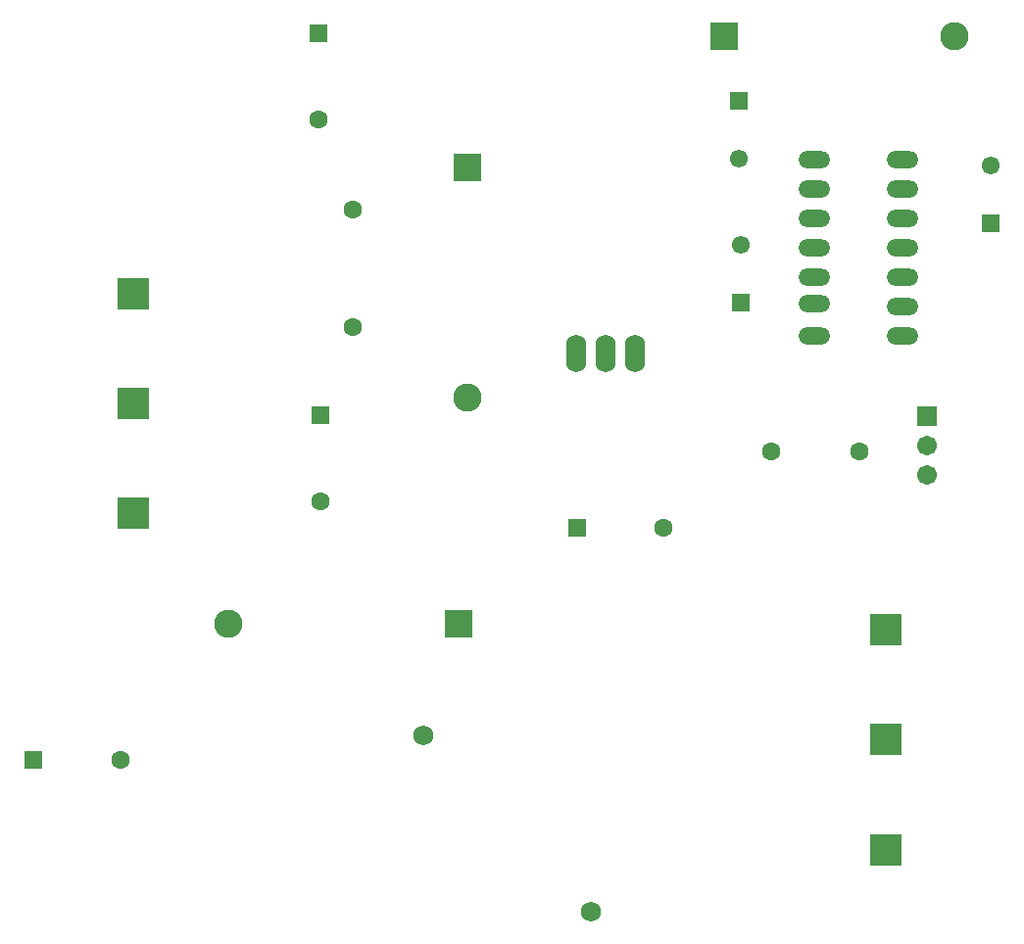
<source format=gbs>
G04*
G04 #@! TF.GenerationSoftware,Altium Limited,Altium Designer,22.5.1 (42)*
G04*
G04 Layer_Color=16711935*
%FSLAX44Y44*%
%MOMM*%
G71*
G04*
G04 #@! TF.SameCoordinates,9AAE9822-52E9-4CA5-9BA1-C6C8D3A4EDC0*
G04*
G04*
G04 #@! TF.FilePolarity,Negative*
G04*
G01*
G75*
%ADD19R,2.7032X2.7032*%
%ADD20C,2.4532*%
%ADD21R,2.4532X2.4532*%
%ADD22C,1.5532*%
%ADD23R,1.5532X1.5532*%
%ADD24C,1.6032*%
%ADD25R,1.6032X1.6032*%
%ADD26R,1.6032X1.6032*%
%ADD27C,1.7272*%
%ADD28O,2.7432X1.4732*%
%ADD29C,0.8032*%
%ADD30R,2.4532X2.4532*%
%ADD31O,1.7272X3.2512*%
%ADD32R,1.7032X1.7032*%
%ADD33C,1.7032*%
D19*
X162560Y368300D02*
D03*
X162480Y273300D02*
D03*
X162560Y463300D02*
D03*
X812020Y77470D02*
D03*
X812100Y172470D02*
D03*
X812020Y-17530D02*
D03*
D20*
X871660Y685800D02*
D03*
X450850Y372940D02*
D03*
X244670Y177800D02*
D03*
D21*
X672660Y685800D02*
D03*
X443670Y177800D02*
D03*
D22*
X902970Y573640D02*
D03*
X687070Y505460D02*
D03*
X685800Y579520D02*
D03*
D23*
X902970Y523640D02*
D03*
X687070Y455460D02*
D03*
X685800Y629520D02*
D03*
D24*
X713545Y326390D02*
D03*
X789745D02*
D03*
X322580Y613340D02*
D03*
X323850Y283140D02*
D03*
X151130Y59690D02*
D03*
X620430Y260350D02*
D03*
X351790Y535940D02*
D03*
Y434340D02*
D03*
D25*
X322580Y688340D02*
D03*
X323850Y358140D02*
D03*
D26*
X76130Y59690D02*
D03*
X545430Y260350D02*
D03*
D27*
X557530Y-71120D02*
D03*
X412750Y81280D02*
D03*
D28*
X826770Y452120D02*
D03*
Y553720D02*
D03*
Y579120D02*
D03*
X750570D02*
D03*
Y553720D02*
D03*
Y528320D02*
D03*
Y477520D02*
D03*
Y454660D02*
D03*
X826770Y477520D02*
D03*
Y502920D02*
D03*
Y528320D02*
D03*
X750570Y502920D02*
D03*
Y426720D02*
D03*
X826770D02*
D03*
D29*
Y579120D02*
D03*
D30*
X450850Y571940D02*
D03*
D31*
X544830Y411480D02*
D03*
X570230D02*
D03*
X595630D02*
D03*
D32*
X848360Y356870D02*
D03*
D33*
Y331470D02*
D03*
Y306070D02*
D03*
M02*

</source>
